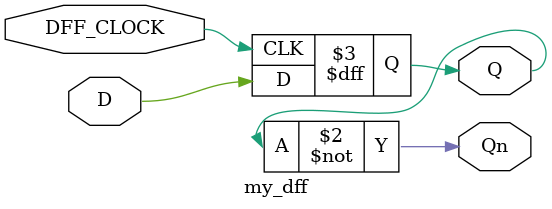
<source format=v>
module my_dff ( input DFF_CLOCK , D , output reg Q, output wire Qn ) ;
    always @ ( posedge DFF_CLOCK ) begin
        Q <= D;
    end
     
     assign Qn = ~Q;
     
endmodule
</source>
